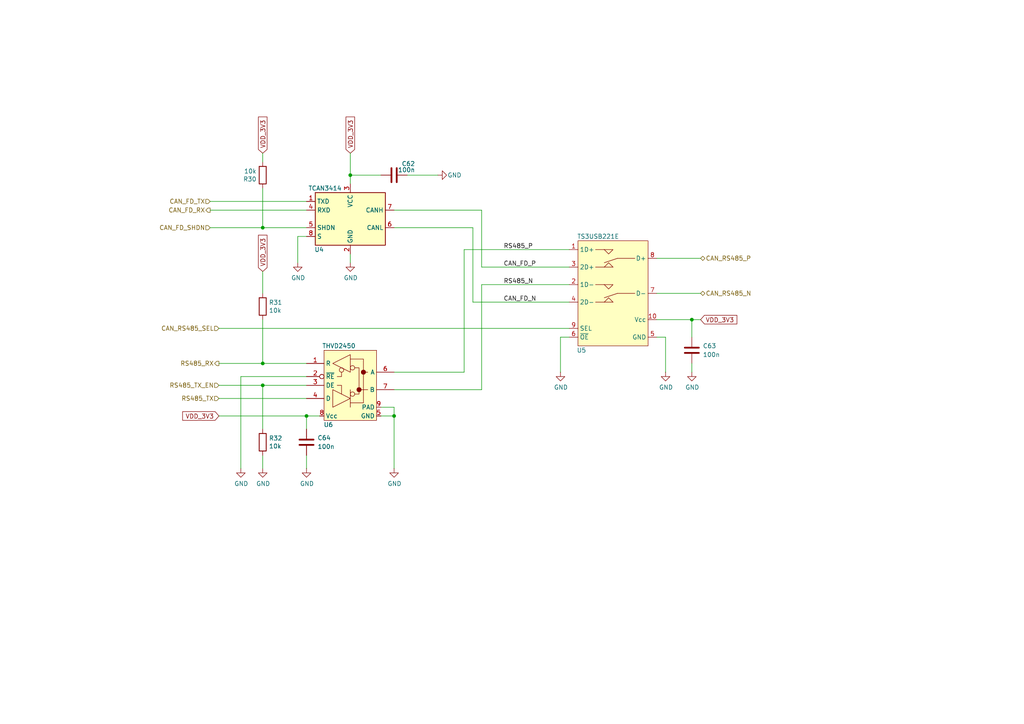
<source format=kicad_sch>
(kicad_sch (version 20231120) (generator "eeschema") (generator_version "8.0")
  (paper "A4")
  (title_block (title "Open MOtor DRiver Initiative  - Single Axis (OMODRI_SA)") (date "2025-03-07") (rev "1.0") (company "LAAS/CNRS"))
  (lib_symbols
    (symbol "Device:C" (pin_numbers hide) (pin_names (offset 0.254))
      (property "Reference" "C" (at 0.635 2.54 0))
      (property "Value" "C" (at 0.635 -2.54 0))
      (symbol "C_0_1"
        (polyline (pts (xy -2.032 -0.762) (xy 2.032 -0.762)) (stroke (width 0.508)))
        (polyline (pts (xy -2.032 0.762) (xy 2.032 0.762)) (stroke (width 0.508)))
      )
      (symbol "C_1_1"
        (pin passive line (at 0 3.81 270) (length 2.794) (name "~") (number "1"))
        (pin passive line (at 0 -3.81 90) (length 2.794) (name "~") (number "2"))
      )
    )
    (symbol "Device:R" (pin_numbers hide) (pin_names (offset 0))
      (property "Reference" "R" (at 2.032 0 90))
      (property "Value" "R" (at 0 0 90))
      (symbol "R_0_1"
        (rectangle (start -1.016 -2.54) (end 1.016 2.54) (stroke (width 0.254)))
      )
      (symbol "R_1_1"
        (pin passive line (at 0 3.81 270) (length 1.27) (name "~") (number "1"))
        (pin passive line (at 0 -3.81 90) (length 1.27) (name "~") (number "2"))
      )
    )
    (symbol "Interface_CAN_LIN:TCAN330G"
      (property "Reference" "U" (at -10.16 8.89 0))
      (property "Value" "TCAN330G" (at 2.54 8.89 0))
      (symbol "TCAN330G_0_1"
        (rectangle (start -10.16 7.62) (end 10.16 -7.62) (stroke (width 0.254)) (fill (type background)))
      )
      (symbol "TCAN330G_1_1"
        (pin input line (at -12.7 5.08 0) (length 2.54) (name "TXD") (number "1"))
        (pin power_in line (at 0 -10.16 90) (length 2.54) (name "GND") (number "2"))
        (pin power_in line (at 0 10.16 270) (length 2.54) (name "VCC") (number "3"))
        (pin tri_state line (at -12.7 2.54 0) (length 2.54) (name "RXD") (number "4"))
        (pin input line (at -12.7 -2.54 0) (length 2.54) (name "SHDN") (number "5"))
        (pin bidirectional line (at 12.7 -2.54 180) (length 2.54) (name "CANL") (number "6"))
        (pin bidirectional line (at 12.7 2.54 180) (length 2.54) (name "CANH") (number "7"))
        (pin input line (at -12.7 -5.08 0) (length 2.54) (name "S") (number "8"))
      )
    )
    (symbol "omodri_lib:THVD24x0"
      (property "Reference" "U" (at 0 12.7 0))
      (property "Value" "THVD24x0" (at 0 10.16 0))
      (symbol "THVD24x0_0_1"
        (rectangle (start -7.62 8.89) (end 7.62 -11.43) (stroke (width 0.1524)) (fill (type background)))
        (circle (center -2.54 3.175) (radius 0.635) (stroke (width 0.1524)))
        (polyline (pts (xy -20.32 7.62) (xy -20.32 7.62)) (stroke (width 0.1524)))
        (polyline (pts (xy 0 -2.54) (xy 0 -7.62)) (stroke (width 0.1524)))
        (polyline (pts (xy 2.54 -2.54) (xy 5.08 -2.54)) (stroke (width 0.1524)))
        (polyline (pts (xy 3.81 2.54) (xy 5.08 2.54)) (stroke (width 0.1524)))
        (polyline (pts (xy -3.81 -1.27) (xy -2.54 -1.27) (xy -2.54 -3.81)) (stroke (width 0.1524)))
        (polyline (pts (xy -3.81 1.27) (xy -2.54 1.27) (xy -2.54 2.54)) (stroke (width 0.1524)))
        (polyline (pts (xy -5.08 -7.62) (xy -5.08 -2.54) (xy 0 -5.08) (xy -5.08 -7.62)) (stroke (width 0.1524)))
        (polyline (pts (xy 0 -6.35) (xy 3.81 -6.35) (xy 3.81 6.35) (xy 0 6.35)) (stroke (width 0.1524)))
        (polyline (pts (xy 0 7.62) (xy 0 2.54) (xy -5.08 5.08) (xy 0 7.62)) (stroke (width 0.1524)))
        (polyline (pts (xy 1.27 -3.81) (xy 2.54 -3.81) (xy 2.54 3.81) (xy 1.27 3.81)) (stroke (width 0.1524)))
        (circle (center 0.635 -3.81) (radius 0.635) (stroke (width 0.1524)))
        (circle (center 0.635 3.81) (radius 0.635) (stroke (width 0.1524)))
        (circle (center 2.54 -2.54) (radius 0.635) (stroke (width 0.1524)) (fill (type outline)))
        (circle (center 3.81 2.54) (radius 0.635) (stroke (width 0.1524)) (fill (type outline)))
      )
      (symbol "THVD24x0_1_1"
        (pin tri_state line (at -12.7 5.08 0) (length 5.08) (name "R") (number "1"))
        (pin input inverted (at -12.7 1.27 0) (length 5.08) (name "~{RE}") (number "2"))
        (pin input line (at -12.7 -1.27 0) (length 5.08) (name "DE") (number "3"))
        (pin input line (at -12.7 -5.08 0) (length 5.08) (name "D") (number "4"))
        (pin passive line (at 8.89 -10.16 180) (length 1.27) (name "GND") (number "5"))
        (pin bidirectional line (at 12.7 2.54 180) (length 5.08) (name "A") (number "6"))
        (pin bidirectional line (at 12.7 -2.54 180) (length 5.08) (name "B") (number "7"))
        (pin passive line (at -8.89 -10.16 0) (length 1.27) (name "Vcc") (number "8"))
        (pin passive line (at 8.89 -7.62 180) (length 1.27) (name "PAD") (number "9"))
      )
    )
    (symbol "omodri_lib:TS3USB221"
      (property "Reference" "U" (at 0 13.97 0))
      (property "Value" "TS3USB221" (at 0 11.43 0))
      (symbol "TS3USB221_0_1"
        (polyline (pts (xy -5.08 -7.62) (xy -2.54 -7.62)))
        (polyline (pts (xy -5.08 -2.54) (xy -2.54 -2.54)))
        (polyline (pts (xy -5.08 2.54) (xy -2.54 2.54)))
        (polyline (pts (xy -5.08 7.62) (xy -2.54 7.62)))
        (polyline (pts (xy 1.27 -5.08) (xy -2.54 -6.35)))
        (polyline (pts (xy 1.27 -5.08) (xy 6.35 -5.08)))
        (polyline (pts (xy 1.27 5.08) (xy -2.54 3.81)))
        (polyline (pts (xy 1.27 5.08) (xy 6.35 5.08)))
        (polyline (pts (xy -2.54 -2.54) (xy -1.27 -3.81) (xy 0 -2.54) (xy -2.54 -2.54)))
        (polyline (pts (xy -2.54 7.62) (xy -1.27 6.35) (xy 0 7.62) (xy -2.54 7.62)))
        (polyline (pts (xy 0 -7.62) (xy -1.27 -6.35) (xy -2.54 -7.62) (xy 0 -7.62)))
        (polyline (pts (xy 0 2.54) (xy -1.27 3.81) (xy -2.54 2.54) (xy 0 2.54)))
      )
      (symbol "TS3USB221_1_1"
        (rectangle (start -10.16 10.16) (end 10.16 -20.32) (fill (type background)))
        (pin bidirectional line (at -12.7 7.62 0) (length 2.54) (name "1D+") (number "1"))
        (pin passive line (at 12.7 -12.7 180) (length 2.54) (name "Vcc") (number "10"))
        (pin bidirectional line (at -12.7 -2.54 0) (length 2.54) (name "1D-") (number "2"))
        (pin bidirectional line (at -12.7 2.54 0) (length 2.54) (name "2D+") (number "3"))
        (pin bidirectional line (at -12.7 -7.62 0) (length 2.54) (name "2D-") (number "4"))
        (pin passive line (at 12.7 -17.78 180) (length 2.54) (name "GND") (number "5"))
        (pin input line (at -12.7 -17.78 0) (length 2.54) (name "~{OE}") (number "6"))
        (pin bidirectional line (at 12.7 -5.08 180) (length 2.54) (name "D-") (number "7"))
        (pin bidirectional line (at 12.7 5.08 180) (length 2.54) (name "D+") (number "8"))
        (pin input line (at -12.7 -15.24 0) (length 2.54) (name "SEL") (number "9"))
      )
    )
    (symbol "power:GND" (power) (pin_numbers hide) (pin_names (offset 0) hide)
      (property "Value" "GND" (at 0 -3.81 0))
      (symbol "GND_0_1"
        (polyline (pts (xy 0 0) (xy 0 -1.27) (xy 1.27 -1.27) (xy 0 -2.54) (xy -1.27 -1.27) (xy 0 -1.27)))
      )
      (symbol "GND_1_1"
        (pin power_in line (at 0 0 270) (length 0) (name "~") (number "1"))
      )
    )
  )
  (junction (at 76.2 66.04))
  (junction (at 88.9 120.65))
  (junction (at 200.66 92.71))
  (junction (at 76.2 111.76))
  (junction (at 101.6 50.8))
  (junction (at 76.2 105.41))
  (junction (at 114.3 120.65))
  (wire (pts (xy 88.9 120.65) (xy 88.9 124.46)))
  (wire (pts (xy 134.62 72.39) (xy 165.1 72.39)))
  (wire (pts (xy 200.66 92.71) (xy 203.2 92.71)))
  (wire (pts (xy 137.16 87.63) (xy 165.1 87.63)))
  (wire (pts (xy 63.5 120.65) (xy 88.9 120.65)))
  (wire (pts (xy 63.5 105.41) (xy 76.2 105.41)))
  (wire (pts (xy 110.49 118.11) (xy 114.3 118.11)))
  (wire (pts (xy 69.85 109.22) (xy 69.85 135.89)))
  (wire (pts (xy 127 50.8) (xy 118.11 50.8)))
  (wire (pts (xy 101.6 50.8) (xy 110.49 50.8)))
  (wire (pts (xy 101.6 73.66) (xy 101.6 76.2)))
  (wire (pts (xy 60.96 66.04) (xy 76.2 66.04)))
  (wire (pts (xy 110.49 120.65) (xy 114.3 120.65)))
  (wire (pts (xy 162.56 97.79) (xy 162.56 107.95)))
  (wire (pts (xy 76.2 54.61) (xy 76.2 66.04)))
  (wire (pts (xy 114.3 60.96) (xy 139.7 60.96)))
  (wire (pts (xy 190.5 74.93) (xy 203.2 74.93)))
  (wire (pts (xy 76.2 92.71) (xy 76.2 105.41)))
  (wire (pts (xy 200.66 107.95) (xy 200.66 105.41)))
  (wire (pts (xy 162.56 97.79) (xy 165.1 97.79)))
  (wire (pts (xy 190.5 92.71) (xy 200.66 92.71)))
  (wire (pts (xy 76.2 135.89) (xy 76.2 132.08)))
  (wire (pts (xy 114.3 107.95) (xy 134.62 107.95)))
  (wire (pts (xy 86.36 68.58) (xy 88.9 68.58)))
  (wire (pts (xy 165.1 77.47) (xy 139.7 77.47)))
  (wire (pts (xy 63.5 95.25) (xy 165.1 95.25)))
  (wire (pts (xy 60.96 60.96) (xy 88.9 60.96)))
  (wire (pts (xy 139.7 60.96) (xy 139.7 77.47)))
  (wire (pts (xy 114.3 118.11) (xy 114.3 120.65)))
  (wire (pts (xy 76.2 105.41) (xy 88.9 105.41)))
  (wire (pts (xy 137.16 66.04) (xy 137.16 87.63)))
  (wire (pts (xy 63.5 115.57) (xy 88.9 115.57)))
  (wire (pts (xy 60.96 58.42) (xy 88.9 58.42)))
  (wire (pts (xy 101.6 44.45) (xy 101.6 50.8)))
  (wire (pts (xy 69.85 109.22) (xy 88.9 109.22)))
  (wire (pts (xy 88.9 132.08) (xy 88.9 135.89)))
  (wire (pts (xy 63.5 111.76) (xy 76.2 111.76)))
  (wire (pts (xy 190.5 97.79) (xy 193.04 97.79)))
  (wire (pts (xy 190.5 85.09) (xy 203.2 85.09)))
  (wire (pts (xy 134.62 107.95) (xy 134.62 72.39)))
  (wire (pts (xy 76.2 111.76) (xy 76.2 124.46)))
  (wire (pts (xy 139.7 82.55) (xy 139.7 113.03)))
  (wire (pts (xy 114.3 113.03) (xy 139.7 113.03)))
  (wire (pts (xy 76.2 66.04) (xy 88.9 66.04)))
  (wire (pts (xy 76.2 46.99) (xy 76.2 44.45)))
  (wire (pts (xy 76.2 78.74) (xy 76.2 85.09)))
  (wire (pts (xy 114.3 66.04) (xy 137.16 66.04)))
  (wire (pts (xy 88.9 120.65) (xy 92.71 120.65)))
  (wire (pts (xy 193.04 97.79) (xy 193.04 107.95)))
  (wire (pts (xy 101.6 50.8) (xy 101.6 53.34)))
  (wire (pts (xy 114.3 120.65) (xy 114.3 135.89)))
  (wire (pts (xy 86.36 68.58) (xy 86.36 76.2)))
  (wire (pts (xy 200.66 92.71) (xy 200.66 97.79)))
  (wire (pts (xy 76.2 111.76) (xy 88.9 111.76)))
  (wire (pts (xy 165.1 82.55) (xy 139.7 82.55)))
  (label "RS485_N" (at 146.05 82.55 0))
  (label "RS485_P" (at 146.05 72.39 0))
  (label "CAN_FD_P" (at 146.05 77.47 0))
  (label "CAN_FD_N" (at 146.05 87.63 0))
  (global_label "VDD_3V3" (shape input) (at 76.2 44.45 90) (property "Intersheetrefs" "${INTERSHEET_REFS}" (effects (hide yes))) (property "Références Inter-Feuilles" "${INTERSHEET_REFS}" (effects (hide yes))))
  (global_label "VDD_3V3" (shape input) (at 76.2 78.74 90) (property "Intersheetrefs" "${INTERSHEET_REFS}" (effects (hide yes))) (property "Références Inter-Feuilles" "${INTERSHEET_REFS}" (effects (hide yes))))
  (global_label "VDD_3V3" (shape input) (at 101.6 44.45 90) (property "Intersheetrefs" "${INTERSHEET_REFS}" (effects (hide yes))) (property "Références Inter-Feuilles" "${INTERSHEET_REFS}" (effects (hide yes))))
  (global_label "VDD_3V3" (shape input) (at 63.5 120.65 180) (property "Intersheetrefs" "${INTERSHEET_REFS}" (effects (hide yes))) (property "Références Inter-Feuilles" "${INTERSHEET_REFS}" (effects (hide yes))))
  (global_label "VDD_3V3" (shape input) (at 203.2 92.71 0) (property "Intersheetrefs" "${INTERSHEET_REFS}" (effects (hide yes))) (property "Références Inter-Feuilles" "${INTERSHEET_REFS}" (effects (hide yes))))
  (hierarchical_label "CAN_RS485_SEL" (shape input) (at 63.5 95.25 180))
  (hierarchical_label "CAN_FD_TX" (shape input) (at 60.96 58.42 180))
  (hierarchical_label "CAN_RS485_N" (shape tri_state) (at 203.2 85.09 0))
  (hierarchical_label "RS485_TX" (shape input) (at 63.5 115.57 180))
  (hierarchical_label "RS485_TX_EN" (shape input) (at 63.5 111.76 180))
  (hierarchical_label "RS485_RX" (shape output) (at 63.5 105.41 180))
  (hierarchical_label "CAN_RS485_P" (shape tri_state) (at 203.2 74.93 0))
  (hierarchical_label "CAN_FD_RX" (shape output) (at 60.96 60.96 180))
  (hierarchical_label "CAN_FD_SHDN" (shape input) (at 60.96 66.04 180))
  (symbol (lib_id "power:GND") (at 101.6 76.2 0) (unit 1)
    (property "Reference" "#PWR081" (effects (hide yes)))
    (property "Value" "GND" (at 101.727 80.5942 0))
    (property "Description" "Power symbol creates a global label with name \"GND\" , ground" (effects (hide yes)))
  )
  (symbol (lib_id "power:GND") (at 114.3 135.89 0) (unit 1)
    (property "Reference" "#PWR088" (effects (hide yes)))
    (property "Value" "GND" (at 114.427 140.2842 0))
    (property "Description" "Power symbol creates a global label with name \"GND\" , ground" (effects (hide yes)))
  )
  (symbol (lib_id "omodri_lib:TS3USB221") (at 177.8 80.01 0) (unit 1)
    (property "Reference" "U5" (at 168.656 101.6 0))
    (property "Value" "TS3USB221E" (at 173.482 68.58 0))
    (property "Footprint" "udriver3:UQFN-10_1.5x2mm_P0.5mm" (effects (hide yes)))
    (property "Datasheet" "https://www.ti.com/lit/ds/symlink/ts3usb221e.pdf" (effects (hide yes)))
    (property "Description" "UQFN-10, High-Speed 1:2 Multiplexer/Demultiplexer Switch With Enable out, 3.3-V, 5.5-V IO tolerant." (effects (hide yes)))
    (property "DigiKey" "296-25222-1-ND" (effects (hide yes)))
    (property "Farnell" "3124910" (effects (hide yes)))
    (property "Mouser" " 595-TS3USB221ERSER" (effects (hide yes)))
    (property "Part No" "TS3USB221ERSER" (effects (hide yes)))
    (property "RS" "817-5575" (effects (hide yes)))
    (property "LCSC" "C129313" (effects (hide yes)))
    (property "Manufacturer" "TEXAS INSTRUMENTS" (effects (hide yes)))
    (property "Assembling" "SMD" (effects (hide yes)))
  )
  (symbol (lib_id "omodri_lib:THVD24x0") (at 101.6 110.49 0) (unit 1)
    (property "Reference" "U6" (at 95.25 123.19 0))
    (property "Value" "THVD2450" (at 98.298 100.33 0))
    (property "Footprint" "udriver3:VSON-8-1EP_3.0x3.0mm_P0.65mm_EP1.65x2.4mm" (effects (hide yes)))
    (property "Datasheet" "https://www.ti.com/lit/ds/symlink/thvd2450.pdf" (effects (hide yes)))
    (property "Description" "VSON-8, RS-485 Transceiver, ±70-V Fault-Protected, 3.3-V to 5-V supply." (effects (hide yes)))
    (property "DigiKey" "296-THVD2450DRBRCT-ND" (effects (hide yes)))
    (property "Mouser" "595-THVD2450DRBR" (effects (hide yes)))
    (property "Part No" "THVD2450DRBR" (effects (hide yes)))
    (property "LCSC" "C2878080" (effects (hide yes)))
    (property "Manufacturer" "TEXAS INSTRUMENTS" (effects (hide yes)))
    (property "Assembling" "SMD " (effects (hide yes)))
  )
  (symbol (lib_id "power:GND") (at 76.2 135.89 0) (unit 1)
    (property "Reference" "#PWR086" (effects (hide yes)))
    (property "Value" "GND" (at 76.327 140.2842 0))
    (property "Description" "Power symbol creates a global label with name \"GND\" , ground" (effects (hide yes)))
  )
  (symbol (lib_id "power:GND") (at 200.66 107.95 0) (unit 1)
    (property "Reference" "#PWR084" (effects (hide yes)))
    (property "Value" "GND" (at 200.787 112.3442 0))
    (property "Description" "Power symbol creates a global label with name \"GND\" , ground" (effects (hide yes)))
  )
  (symbol (lib_id "Device:C") (at 114.3 50.8 90) (unit 1)
    (property "Reference" "C62" (at 120.396 47.498 90) (effects (justify left)))
    (property "Value" "100n" (at 120.396 49.276 90) (effects (justify left)))
    (property "Footprint" "Capacitor_SMD:C_0201_0603Metric" (effects (hide yes)))
    (property "Datasheet" "https://www.murata.com/en-eu/products/productdetail?partno=GRM033R61E104KE14%23" (effects (hide yes)))
    (property "Description" "0201, 100nf, 25V,  ±10%, X5R, SMD MLCC" (effects (hide yes)))
    (property "DigiKey" "490-12686-1-ND" (effects (hide yes)))
    (property "Farnell" "2990693" (effects (hide yes)))
    (property "Mouser" "81-GRM033R61E104KE4D" (effects (hide yes)))
    (property "Part No" "GRM033R61E104KE14D" (effects (hide yes)))
    (property "RS" "185-2066" (effects (hide yes)))
    (property "LCSC" "C76939" (effects (hide yes)))
    (property "Manufacturer" "MURATA" (effects (hide yes)))
    (property "Assembling" "SMD" (effects (hide yes)))
  )
  (symbol (lib_id "power:GND") (at 127 50.8 90) (unit 1)
    (property "Reference" "#PWR079" (effects (hide yes)))
    (property "Value" "GND" (at 131.826 50.8 90))
    (property "Description" "Power symbol creates a global label with name \"GND\" , ground" (effects (hide yes)))
  )
  (symbol (lib_id "Interface_CAN_LIN:TCAN330G") (at 101.6 63.5 0) (unit 1)
    (property "Reference" "U4" (at 91.186 72.39 0) (effects (justify left)))
    (property "Value" "TCAN3414" (at 89.408 54.61 0) (effects (justify left)))
    (property "Footprint" "Package_TO_SOT_SMD:SOT-23-8" (effects (hide yes)))
    (property "Datasheet" "https://www.ti.com/lit/ds/symlink/tcan3414.pdf" (effects (hide yes)))
    (property "Description" "SOT-23-8, CAN Transceiver (CAN FD capabilities), 8Mbps, 3.3V, standby  & shutdown mode." (effects (hide yes)))
    (property "Manufacturer" "TEXAS INSTRUMENTS" (effects (hide yes)))
    (property "DigiKey" "296-TCAN3414DDFRCT-ND" (effects (hide yes)))
    (property "LCSC" "C24836183" (effects (hide yes)))
    (property "Mouser" "595-TCAN3414DDFR" (effects (hide yes)))
    (property "Part No" "TCAN3414DDFR" (effects (hide yes)))
    (property "Assembling" "SMD " (effects (hide yes)))
  )
  (symbol (lib_id "Device:C") (at 200.66 101.6 0) (unit 1)
    (property "Reference" "C63" (at 203.835 100.33 0) (effects (justify left)))
    (property "Value" "100n" (at 203.835 102.87 0) (effects (justify left)))
    (property "Footprint" "Capacitor_SMD:C_0201_0603Metric" (effects (hide yes)))
    (property "Datasheet" "https://www.murata.com/en-eu/products/productdetail?partno=GRM033R61E104KE14%23" (effects (hide yes)))
    (property "Description" "0201, 100nf, 25V,  ±10%, X5R, SMD MLCC" (effects (hide yes)))
    (property "DigiKey" "490-12686-1-ND" (effects (hide yes)))
    (property "Farnell" "2990693" (effects (hide yes)))
    (property "Mouser" "81-GRM033R61E104KE4D" (effects (hide yes)))
    (property "Part No" "GRM033R61E104KE14D" (effects (hide yes)))
    (property "RS" "185-2066" (effects (hide yes)))
    (property "LCSC" "C76939" (effects (hide yes)))
    (property "Manufacturer" "MURATA" (effects (hide yes)))
    (property "Assembling" "SMD" (effects (hide yes)))
  )
  (symbol (lib_id "power:GND") (at 162.56 107.95 0) (unit 1)
    (property "Reference" "#PWR082" (effects (hide yes)))
    (property "Value" "GND" (at 162.687 112.3442 0))
    (property "Description" "Power symbol creates a global label with name \"GND\" , ground" (effects (hide yes)))
  )
  (symbol (lib_id "Device:C") (at 88.9 128.27 0) (unit 1)
    (property "Reference" "C64" (at 92.075 127 0) (effects (justify left)))
    (property "Value" "100n" (at 92.075 129.54 0) (effects (justify left)))
    (property "Footprint" "Capacitor_SMD:C_0201_0603Metric" (effects (hide yes)))
    (property "Datasheet" "https://www.murata.com/en-eu/products/productdetail?partno=GRM033R61E104KE14%23" (effects (hide yes)))
    (property "Description" "0201, 100nf, 25V,  ±10%, X5R, SMD MLCC" (effects (hide yes)))
    (property "DigiKey" "490-12686-1-ND" (effects (hide yes)))
    (property "Farnell" "2990693" (effects (hide yes)))
    (property "Mouser" "81-GRM033R61E104KE4D" (effects (hide yes)))
    (property "Part No" "GRM033R61E104KE14D" (effects (hide yes)))
    (property "RS" "185-2066" (effects (hide yes)))
    (property "LCSC" "C76939" (effects (hide yes)))
    (property "Manufacturer" "MURATA" (effects (hide yes)))
    (property "Assembling" "SMD" (effects (hide yes)))
  )
  (symbol (lib_id "Device:R") (at 76.2 50.8 0) (unit 1)
    (property "Reference" "R30" (at 74.422 51.9684 0) (effects (justify right)))
    (property "Value" "10k" (at 74.422 49.657 0) (effects (justify right)))
    (property "Footprint" "Resistor_SMD:R_0201_0603Metric" (effects (hide yes)))
    (property "Datasheet" "https://industrial.panasonic.com/sa/products/pt/general-purpose-chip-resistors/models/ERJ1GNF1002C" (effects (hide yes)))
    (property "Description" "0201, 10kΩ, 0.05W, ±1%, SMD  resistor" (effects (hide yes)))
    (property "DigiKey" "P122414CT-ND" (effects (hide yes)))
    (property "Farnell" "2302362" (effects (hide yes)))
    (property "Mouser" "667-ERJ-1GNF1002C" (effects (hide yes)))
    (property "Part No" "ERJ1GNF1002C" (effects (hide yes)))
    (property "RS" "176-3597" (effects (hide yes)))
    (property "LCSC" "C717002" (effects (hide yes)))
    (property "Manufacturer" "PANASONIC" (effects (hide yes)))
    (property "Assembling" "SMD" (effects (hide yes)))
  )
  (symbol (lib_id "power:GND") (at 193.04 107.95 0) (unit 1)
    (property "Reference" "#PWR083" (effects (hide yes)))
    (property "Value" "GND" (at 193.167 112.3442 0))
    (property "Description" "Power symbol creates a global label with name \"GND\" , ground" (effects (hide yes)))
  )
  (symbol (lib_id "power:GND") (at 88.9 135.89 0) (unit 1)
    (property "Reference" "#PWR087" (effects (hide yes)))
    (property "Value" "GND" (at 89.027 140.2842 0))
    (property "Description" "Power symbol creates a global label with name \"GND\" , ground" (effects (hide yes)))
  )
  (symbol (lib_id "power:GND") (at 69.85 135.89 0) (unit 1)
    (property "Reference" "#PWR085" (effects (hide yes)))
    (property "Value" "GND" (at 69.977 140.2842 0))
    (property "Description" "Power symbol creates a global label with name \"GND\" , ground" (effects (hide yes)))
  )
  (symbol (lib_id "power:GND") (at 86.36 76.2 0) (unit 1)
    (property "Reference" "#PWR080" (effects (hide yes)))
    (property "Value" "GND" (at 86.487 80.5942 0))
    (property "Description" "Power symbol creates a global label with name \"GND\" , ground" (effects (hide yes)))
  )
  (symbol (lib_id "Device:R") (at 76.2 88.9 180) (unit 1)
    (property "Reference" "R31" (at 77.978 87.7316 0) (effects (justify right)))
    (property "Value" "10k" (at 77.978 90.043 0) (effects (justify right)))
    (property "Footprint" "Resistor_SMD:R_0201_0603Metric" (effects (hide yes)))
    (property "Datasheet" "https://industrial.panasonic.com/sa/products/pt/general-purpose-chip-resistors/models/ERJ1GNF1002C" (effects (hide yes)))
    (property "Description" "0201, 10kΩ, 0.05W, ±1%, SMD  resistor" (effects (hide yes)))
    (property "DigiKey" "P122414CT-ND" (effects (hide yes)))
    (property "Farnell" "2302362" (effects (hide yes)))
    (property "Mouser" "667-ERJ-1GNF1002C" (effects (hide yes)))
    (property "Part No" "ERJ1GNF1002C" (effects (hide yes)))
    (property "RS" "176-3597" (effects (hide yes)))
    (property "LCSC" "C717002" (effects (hide yes)))
    (property "Manufacturer" "PANASONIC" (effects (hide yes)))
    (property "Assembling" "SMD" (effects (hide yes)))
  )
  (symbol (lib_id "Device:R") (at 76.2 128.27 180) (unit 1)
    (property "Reference" "R32" (at 77.978 127.1016 0) (effects (justify right)))
    (property "Value" "10k" (at 77.978 129.413 0) (effects (justify right)))
    (property "Footprint" "Resistor_SMD:R_0201_0603Metric" (effects (hide yes)))
    (property "Datasheet" "https://industrial.panasonic.com/sa/products/pt/general-purpose-chip-resistors/models/ERJ1GNF1002C" (effects (hide yes)))
    (property "Description" "0201, 10kΩ, 0.05W, ±1%, SMD  resistor" (effects (hide yes)))
    (property "DigiKey" "P122414CT-ND" (effects (hide yes)))
    (property "Farnell" "2302362" (effects (hide yes)))
    (property "Mouser" "667-ERJ-1GNF1002C" (effects (hide yes)))
    (property "Part No" "ERJ1GNF1002C" (effects (hide yes)))
    (property "RS" "176-3597" (effects (hide yes)))
    (property "LCSC" "C717002" (effects (hide yes)))
    (property "Manufacturer" "PANASONIC" (effects (hide yes)))
    (property "Assembling" "SMD" (effects (hide yes)))
  )
)
</source>
